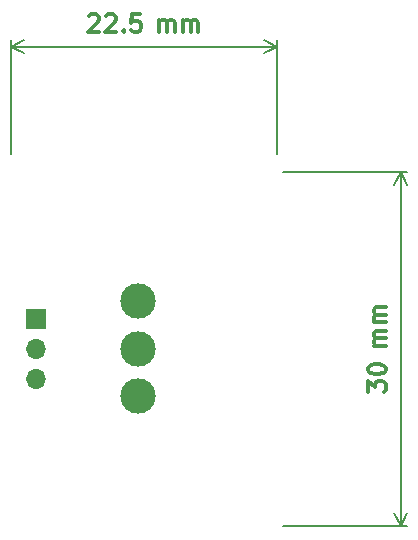
<source format=gbr>
%TF.GenerationSoftware,KiCad,Pcbnew,(7.0.0-0)*%
%TF.CreationDate,2023-05-15T11:59:22-04:00*%
%TF.ProjectId,4dapter-N64Board-KiCad,34646170-7465-4722-9d4e-3634426f6172,rev?*%
%TF.SameCoordinates,Original*%
%TF.FileFunction,Copper,L2,Bot*%
%TF.FilePolarity,Positive*%
%FSLAX46Y46*%
G04 Gerber Fmt 4.6, Leading zero omitted, Abs format (unit mm)*
G04 Created by KiCad (PCBNEW (7.0.0-0)) date 2023-05-15 11:59:22*
%MOMM*%
%LPD*%
G01*
G04 APERTURE LIST*
%ADD10C,0.300000*%
%TA.AperFunction,NonConductor*%
%ADD11C,0.300000*%
%TD*%
%TA.AperFunction,NonConductor*%
%ADD12C,0.200000*%
%TD*%
%TA.AperFunction,ComponentPad*%
%ADD13C,3.000000*%
%TD*%
%TA.AperFunction,ComponentPad*%
%ADD14R,1.700000X1.700000*%
%TD*%
%TA.AperFunction,ComponentPad*%
%ADD15O,1.700000X1.700000*%
%TD*%
G04 APERTURE END LIST*
D10*
D11*
X148715871Y-73664285D02*
X148715871Y-72735713D01*
X148715871Y-72735713D02*
X149287300Y-73235713D01*
X149287300Y-73235713D02*
X149287300Y-73021428D01*
X149287300Y-73021428D02*
X149358728Y-72878571D01*
X149358728Y-72878571D02*
X149430157Y-72807142D01*
X149430157Y-72807142D02*
X149573014Y-72735713D01*
X149573014Y-72735713D02*
X149930157Y-72735713D01*
X149930157Y-72735713D02*
X150073014Y-72807142D01*
X150073014Y-72807142D02*
X150144442Y-72878571D01*
X150144442Y-72878571D02*
X150215871Y-73021428D01*
X150215871Y-73021428D02*
X150215871Y-73449999D01*
X150215871Y-73449999D02*
X150144442Y-73592856D01*
X150144442Y-73592856D02*
X150073014Y-73664285D01*
X148715871Y-71807142D02*
X148715871Y-71664285D01*
X148715871Y-71664285D02*
X148787300Y-71521428D01*
X148787300Y-71521428D02*
X148858728Y-71450000D01*
X148858728Y-71450000D02*
X149001585Y-71378571D01*
X149001585Y-71378571D02*
X149287300Y-71307142D01*
X149287300Y-71307142D02*
X149644442Y-71307142D01*
X149644442Y-71307142D02*
X149930157Y-71378571D01*
X149930157Y-71378571D02*
X150073014Y-71450000D01*
X150073014Y-71450000D02*
X150144442Y-71521428D01*
X150144442Y-71521428D02*
X150215871Y-71664285D01*
X150215871Y-71664285D02*
X150215871Y-71807142D01*
X150215871Y-71807142D02*
X150144442Y-71950000D01*
X150144442Y-71950000D02*
X150073014Y-72021428D01*
X150073014Y-72021428D02*
X149930157Y-72092857D01*
X149930157Y-72092857D02*
X149644442Y-72164285D01*
X149644442Y-72164285D02*
X149287300Y-72164285D01*
X149287300Y-72164285D02*
X149001585Y-72092857D01*
X149001585Y-72092857D02*
X148858728Y-72021428D01*
X148858728Y-72021428D02*
X148787300Y-71950000D01*
X148787300Y-71950000D02*
X148715871Y-71807142D01*
X150215871Y-69764286D02*
X149215871Y-69764286D01*
X149358728Y-69764286D02*
X149287300Y-69692857D01*
X149287300Y-69692857D02*
X149215871Y-69550000D01*
X149215871Y-69550000D02*
X149215871Y-69335714D01*
X149215871Y-69335714D02*
X149287300Y-69192857D01*
X149287300Y-69192857D02*
X149430157Y-69121429D01*
X149430157Y-69121429D02*
X150215871Y-69121429D01*
X149430157Y-69121429D02*
X149287300Y-69050000D01*
X149287300Y-69050000D02*
X149215871Y-68907143D01*
X149215871Y-68907143D02*
X149215871Y-68692857D01*
X149215871Y-68692857D02*
X149287300Y-68550000D01*
X149287300Y-68550000D02*
X149430157Y-68478571D01*
X149430157Y-68478571D02*
X150215871Y-68478571D01*
X150215871Y-67764286D02*
X149215871Y-67764286D01*
X149358728Y-67764286D02*
X149287300Y-67692857D01*
X149287300Y-67692857D02*
X149215871Y-67550000D01*
X149215871Y-67550000D02*
X149215871Y-67335714D01*
X149215871Y-67335714D02*
X149287300Y-67192857D01*
X149287300Y-67192857D02*
X149430157Y-67121429D01*
X149430157Y-67121429D02*
X150215871Y-67121429D01*
X149430157Y-67121429D02*
X149287300Y-67050000D01*
X149287300Y-67050000D02*
X149215871Y-66907143D01*
X149215871Y-66907143D02*
X149215871Y-66692857D01*
X149215871Y-66692857D02*
X149287300Y-66550000D01*
X149287300Y-66550000D02*
X149430157Y-66478571D01*
X149430157Y-66478571D02*
X150215871Y-66478571D01*
D12*
X141500000Y-55000000D02*
X152051220Y-55000000D01*
X141500000Y-85000000D02*
X152051220Y-85000000D01*
X151464800Y-55000000D02*
X151464800Y-85000000D01*
X151464800Y-55000000D02*
X151464800Y-85000000D01*
X151464800Y-55000000D02*
X152051221Y-56126504D01*
X151464800Y-55000000D02*
X150878379Y-56126504D01*
X151464800Y-85000000D02*
X150878379Y-83873496D01*
X151464800Y-85000000D02*
X152051221Y-83873496D01*
D10*
D11*
X125085715Y-41804328D02*
X125157143Y-41732900D01*
X125157143Y-41732900D02*
X125300001Y-41661471D01*
X125300001Y-41661471D02*
X125657143Y-41661471D01*
X125657143Y-41661471D02*
X125800001Y-41732900D01*
X125800001Y-41732900D02*
X125871429Y-41804328D01*
X125871429Y-41804328D02*
X125942858Y-41947185D01*
X125942858Y-41947185D02*
X125942858Y-42090042D01*
X125942858Y-42090042D02*
X125871429Y-42304328D01*
X125871429Y-42304328D02*
X125014286Y-43161471D01*
X125014286Y-43161471D02*
X125942858Y-43161471D01*
X126514286Y-41804328D02*
X126585714Y-41732900D01*
X126585714Y-41732900D02*
X126728572Y-41661471D01*
X126728572Y-41661471D02*
X127085714Y-41661471D01*
X127085714Y-41661471D02*
X127228572Y-41732900D01*
X127228572Y-41732900D02*
X127300000Y-41804328D01*
X127300000Y-41804328D02*
X127371429Y-41947185D01*
X127371429Y-41947185D02*
X127371429Y-42090042D01*
X127371429Y-42090042D02*
X127300000Y-42304328D01*
X127300000Y-42304328D02*
X126442857Y-43161471D01*
X126442857Y-43161471D02*
X127371429Y-43161471D01*
X128014285Y-43018614D02*
X128085714Y-43090042D01*
X128085714Y-43090042D02*
X128014285Y-43161471D01*
X128014285Y-43161471D02*
X127942857Y-43090042D01*
X127942857Y-43090042D02*
X128014285Y-43018614D01*
X128014285Y-43018614D02*
X128014285Y-43161471D01*
X129442857Y-41661471D02*
X128728571Y-41661471D01*
X128728571Y-41661471D02*
X128657143Y-42375757D01*
X128657143Y-42375757D02*
X128728571Y-42304328D01*
X128728571Y-42304328D02*
X128871429Y-42232900D01*
X128871429Y-42232900D02*
X129228571Y-42232900D01*
X129228571Y-42232900D02*
X129371429Y-42304328D01*
X129371429Y-42304328D02*
X129442857Y-42375757D01*
X129442857Y-42375757D02*
X129514286Y-42518614D01*
X129514286Y-42518614D02*
X129514286Y-42875757D01*
X129514286Y-42875757D02*
X129442857Y-43018614D01*
X129442857Y-43018614D02*
X129371429Y-43090042D01*
X129371429Y-43090042D02*
X129228571Y-43161471D01*
X129228571Y-43161471D02*
X128871429Y-43161471D01*
X128871429Y-43161471D02*
X128728571Y-43090042D01*
X128728571Y-43090042D02*
X128657143Y-43018614D01*
X131057142Y-43161471D02*
X131057142Y-42161471D01*
X131057142Y-42304328D02*
X131128571Y-42232900D01*
X131128571Y-42232900D02*
X131271428Y-42161471D01*
X131271428Y-42161471D02*
X131485714Y-42161471D01*
X131485714Y-42161471D02*
X131628571Y-42232900D01*
X131628571Y-42232900D02*
X131700000Y-42375757D01*
X131700000Y-42375757D02*
X131700000Y-43161471D01*
X131700000Y-42375757D02*
X131771428Y-42232900D01*
X131771428Y-42232900D02*
X131914285Y-42161471D01*
X131914285Y-42161471D02*
X132128571Y-42161471D01*
X132128571Y-42161471D02*
X132271428Y-42232900D01*
X132271428Y-42232900D02*
X132342857Y-42375757D01*
X132342857Y-42375757D02*
X132342857Y-43161471D01*
X133057142Y-43161471D02*
X133057142Y-42161471D01*
X133057142Y-42304328D02*
X133128571Y-42232900D01*
X133128571Y-42232900D02*
X133271428Y-42161471D01*
X133271428Y-42161471D02*
X133485714Y-42161471D01*
X133485714Y-42161471D02*
X133628571Y-42232900D01*
X133628571Y-42232900D02*
X133700000Y-42375757D01*
X133700000Y-42375757D02*
X133700000Y-43161471D01*
X133700000Y-42375757D02*
X133771428Y-42232900D01*
X133771428Y-42232900D02*
X133914285Y-42161471D01*
X133914285Y-42161471D02*
X134128571Y-42161471D01*
X134128571Y-42161471D02*
X134271428Y-42232900D01*
X134271428Y-42232900D02*
X134342857Y-42375757D01*
X134342857Y-42375757D02*
X134342857Y-43161471D01*
D12*
X118500000Y-53500000D02*
X118500000Y-43823980D01*
X141000000Y-53500000D02*
X141000000Y-43823980D01*
X118500000Y-44410400D02*
X141000000Y-44410400D01*
X118500000Y-44410400D02*
X141000000Y-44410400D01*
X118500000Y-44410400D02*
X119626504Y-43823979D01*
X118500000Y-44410400D02*
X119626504Y-44996821D01*
X141000000Y-44410400D02*
X139873496Y-44996821D01*
X141000000Y-44410400D02*
X139873496Y-43823979D01*
D13*
%TO.P,U3,1,3V3*%
%TO.N,POWER*%
X129210000Y-65990000D03*
%TO.P,U3,2,DATA*%
%TO.N,DATA*%
X129210000Y-69990000D03*
%TO.P,U3,3,GND*%
%TO.N,GND*%
X129210000Y-73990000D03*
%TD*%
D14*
%TO.P,REF\u002A\u002A,1*%
%TO.N,POWER*%
X120607499Y-67474999D03*
D15*
%TO.P,REF\u002A\u002A,2*%
%TO.N,DATA*%
X120607499Y-70014999D03*
%TO.P,REF\u002A\u002A,3*%
%TO.N,GND*%
X120607499Y-72554999D03*
%TD*%
M02*

</source>
